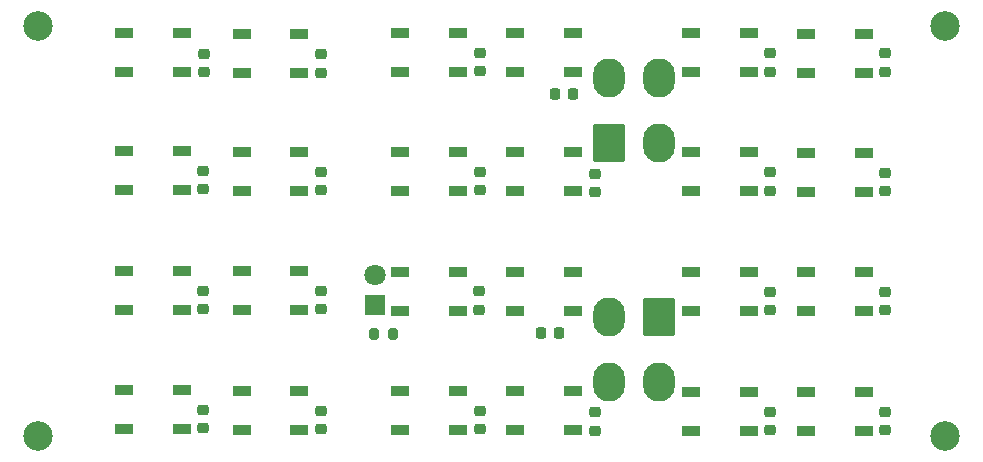
<source format=gbr>
%TF.GenerationSoftware,KiCad,Pcbnew,(6.0.9)*%
%TF.CreationDate,2022-12-26T23:56:10-09:00*%
%TF.ProjectId,PCB_ CAUTION LIGHTS PANEL,5043422c-2043-4415-9554-494f4e204c49,rev?*%
%TF.SameCoordinates,Original*%
%TF.FileFunction,Soldermask,Top*%
%TF.FilePolarity,Negative*%
%FSLAX46Y46*%
G04 Gerber Fmt 4.6, Leading zero omitted, Abs format (unit mm)*
G04 Created by KiCad (PCBNEW (6.0.9)) date 2022-12-26 23:56:10*
%MOMM*%
%LPD*%
G01*
G04 APERTURE LIST*
G04 Aperture macros list*
%AMRoundRect*
0 Rectangle with rounded corners*
0 $1 Rounding radius*
0 $2 $3 $4 $5 $6 $7 $8 $9 X,Y pos of 4 corners*
0 Add a 4 corners polygon primitive as box body*
4,1,4,$2,$3,$4,$5,$6,$7,$8,$9,$2,$3,0*
0 Add four circle primitives for the rounded corners*
1,1,$1+$1,$2,$3*
1,1,$1+$1,$4,$5*
1,1,$1+$1,$6,$7*
1,1,$1+$1,$8,$9*
0 Add four rect primitives between the rounded corners*
20,1,$1+$1,$2,$3,$4,$5,0*
20,1,$1+$1,$4,$5,$6,$7,0*
20,1,$1+$1,$6,$7,$8,$9,0*
20,1,$1+$1,$8,$9,$2,$3,0*%
G04 Aperture macros list end*
%ADD10RoundRect,0.200000X-0.200000X-0.275000X0.200000X-0.275000X0.200000X0.275000X-0.200000X0.275000X0*%
%ADD11RoundRect,0.250001X1.099999X1.399999X-1.099999X1.399999X-1.099999X-1.399999X1.099999X-1.399999X0*%
%ADD12O,2.700000X3.300000*%
%ADD13RoundRect,0.250001X-1.099999X-1.399999X1.099999X-1.399999X1.099999X1.399999X-1.099999X1.399999X0*%
%ADD14R,1.800000X1.800000*%
%ADD15C,1.800000*%
%ADD16R,1.500000X0.900000*%
%ADD17RoundRect,0.225000X-0.250000X0.225000X-0.250000X-0.225000X0.250000X-0.225000X0.250000X0.225000X0*%
%ADD18RoundRect,0.225000X-0.225000X-0.250000X0.225000X-0.250000X0.225000X0.250000X-0.225000X0.250000X0*%
%ADD19C,2.500000*%
G04 APERTURE END LIST*
D10*
%TO.C,R1*%
X31003700Y11271200D03*
X32653700Y11271200D03*
%TD*%
D11*
%TO.C,J2*%
X55146200Y12721200D03*
D12*
X50946200Y12721200D03*
X55146200Y7221200D03*
X50946200Y7221200D03*
%TD*%
D13*
%TO.C,J1*%
X50936200Y27451200D03*
D12*
X55136200Y27451200D03*
X50936200Y32951200D03*
X55136200Y32951200D03*
%TD*%
D14*
%TO.C,D25*%
X31086200Y13731200D03*
D15*
X31086200Y16271200D03*
%TD*%
D16*
%TO.C,D24*%
X67591200Y6355200D03*
X67591200Y3055200D03*
X72491200Y3055200D03*
X72491200Y6355200D03*
%TD*%
%TO.C,D23*%
X57841200Y6375200D03*
X57841200Y3075200D03*
X62741200Y3075200D03*
X62741200Y6375200D03*
%TD*%
%TO.C,D22*%
X42997200Y6425200D03*
X42997200Y3125200D03*
X47897200Y3125200D03*
X47897200Y6425200D03*
%TD*%
%TO.C,D21*%
X33255200Y6425200D03*
X33255200Y3125200D03*
X38155200Y3125200D03*
X38155200Y6425200D03*
%TD*%
%TO.C,D20*%
X19806200Y6451200D03*
X19806200Y3151200D03*
X24706200Y3151200D03*
X24706200Y6451200D03*
%TD*%
%TO.C,D19*%
X9834200Y6501200D03*
X9834200Y3201200D03*
X14734200Y3201200D03*
X14734200Y6501200D03*
%TD*%
%TO.C,D18*%
X67591200Y16490000D03*
X67591200Y13190000D03*
X72491200Y13190000D03*
X72491200Y16490000D03*
%TD*%
%TO.C,D17*%
X57841200Y16509800D03*
X57841200Y13209800D03*
X62741200Y13209800D03*
X62741200Y16509800D03*
%TD*%
%TO.C,D16*%
X42997200Y16534400D03*
X42997200Y13234400D03*
X47897200Y13234400D03*
X47897200Y16534400D03*
%TD*%
%TO.C,D15*%
X33255200Y16534600D03*
X33255200Y13234600D03*
X38155200Y13234600D03*
X38155200Y16534600D03*
%TD*%
%TO.C,D14*%
X19806200Y16585400D03*
X19806200Y13285400D03*
X24706200Y13285400D03*
X24706200Y16585400D03*
%TD*%
%TO.C,D13*%
X9834200Y16610000D03*
X9834200Y13310000D03*
X14734200Y13310000D03*
X14734200Y16610000D03*
%TD*%
%TO.C,D12*%
X67591200Y26599000D03*
X67591200Y23299000D03*
X72491200Y23299000D03*
X72491200Y26599000D03*
%TD*%
%TO.C,D11*%
X57841200Y26619000D03*
X57841200Y23319000D03*
X62741200Y23319000D03*
X62741200Y26619000D03*
%TD*%
%TO.C,D10*%
X42997200Y26669200D03*
X42997200Y23369200D03*
X47897200Y23369200D03*
X47897200Y26669200D03*
%TD*%
%TO.C,D9*%
X33255200Y26669200D03*
X33255200Y23369200D03*
X38155200Y23369200D03*
X38155200Y26669200D03*
%TD*%
%TO.C,D8*%
X19806200Y26669000D03*
X19806200Y23369000D03*
X24706200Y23369000D03*
X24706200Y26669000D03*
%TD*%
%TO.C,D7*%
X9834200Y26719200D03*
X9834200Y23419200D03*
X14734200Y23419200D03*
X14734200Y26719200D03*
%TD*%
%TO.C,D6*%
X67591200Y36682800D03*
X67591200Y33382800D03*
X72491200Y33382800D03*
X72491200Y36682800D03*
%TD*%
%TO.C,D5*%
X57841200Y36702800D03*
X57841200Y33402800D03*
X62741200Y33402800D03*
X62741200Y36702800D03*
%TD*%
%TO.C,D4*%
X42997200Y36752800D03*
X42997200Y33452800D03*
X47897200Y33452800D03*
X47897200Y36752800D03*
%TD*%
%TO.C,D3*%
X33255200Y36752800D03*
X33255200Y33452800D03*
X38155200Y33452800D03*
X38155200Y36752800D03*
%TD*%
%TO.C,D2*%
X19806200Y36611200D03*
X19806200Y33311200D03*
X24706200Y33311200D03*
X24706200Y36611200D03*
%TD*%
%TO.C,D1*%
X9834200Y36711200D03*
X9834200Y33411200D03*
X14734200Y33411200D03*
X14734200Y36711200D03*
%TD*%
D17*
%TO.C,C25*%
X74296200Y4673700D03*
X74296200Y3123700D03*
%TD*%
%TO.C,C24*%
X64576200Y4683700D03*
X64576200Y3133700D03*
%TD*%
%TO.C,C23*%
X49746200Y4623700D03*
X49746200Y3073700D03*
%TD*%
%TO.C,C22*%
X39986200Y4733700D03*
X39986200Y3183700D03*
%TD*%
%TO.C,C21*%
X26536200Y4763700D03*
X26536200Y3213700D03*
%TD*%
%TO.C,C20*%
X16546200Y4813700D03*
X16546200Y3263700D03*
%TD*%
%TO.C,C19*%
X74326200Y14803700D03*
X74326200Y13253700D03*
%TD*%
%TO.C,C18*%
X64556200Y14823700D03*
X64556200Y13273700D03*
%TD*%
D18*
%TO.C,C17*%
X45123700Y11311200D03*
X46673700Y11311200D03*
%TD*%
D17*
%TO.C,C16*%
X39946200Y14853700D03*
X39946200Y13303700D03*
%TD*%
%TO.C,C15*%
X26496200Y14893700D03*
X26496200Y13343700D03*
%TD*%
%TO.C,C14*%
X16536200Y14923700D03*
X16536200Y13373700D03*
%TD*%
%TO.C,C13*%
X74306200Y24913700D03*
X74306200Y23363700D03*
%TD*%
%TO.C,C12*%
X64576200Y24923700D03*
X64576200Y23373700D03*
%TD*%
%TO.C,C11*%
X49776200Y24813700D03*
X49776200Y23263700D03*
%TD*%
%TO.C,C10*%
X39956200Y24983700D03*
X39956200Y23433700D03*
%TD*%
%TO.C,C9*%
X26516200Y24983700D03*
X26516200Y23433700D03*
%TD*%
%TO.C,C8*%
X16546200Y25033700D03*
X16546200Y23483700D03*
%TD*%
%TO.C,C7*%
X74286200Y35003700D03*
X74286200Y33453700D03*
%TD*%
%TO.C,C6*%
X64586200Y35013700D03*
X64586200Y33463700D03*
%TD*%
D18*
%TO.C,C5*%
X46333700Y31571200D03*
X47883700Y31571200D03*
%TD*%
D17*
%TO.C,C4*%
X39976200Y35063700D03*
X39976200Y33513700D03*
%TD*%
%TO.C,C3*%
X26516200Y34923700D03*
X26516200Y33373700D03*
%TD*%
%TO.C,C2*%
X16606200Y34983700D03*
X16606200Y33433700D03*
%TD*%
D19*
%TO.C,MK1*%
X2591200Y37330800D03*
%TD*%
%TO.C,MK2*%
X79391200Y37330800D03*
%TD*%
%TO.C,MK3*%
X2591200Y2591200D03*
%TD*%
%TO.C,MK4*%
X79391200Y2591200D03*
%TD*%
M02*

</source>
